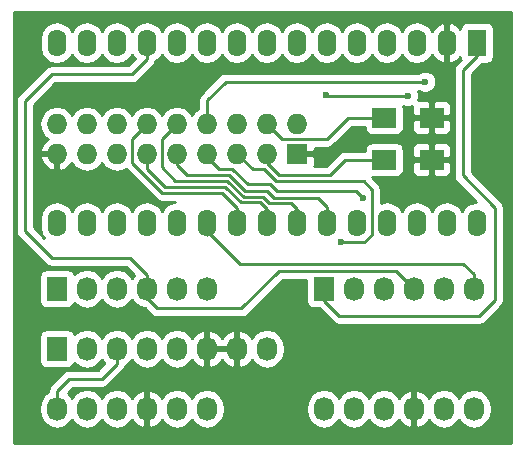
<source format=gbl>
G04 #@! TF.FileFunction,Copper,L2,Bot,Signal*
%FSLAX46Y46*%
G04 Gerber Fmt 4.6, Leading zero omitted, Abs format (unit mm)*
G04 Created by KiCad (PCBNEW 4.0.2-stable) date 21.04.2016 21:16:34*
%MOMM*%
G01*
G04 APERTURE LIST*
%ADD10C,0.100000*%
%ADD11R,1.574800X2.286000*%
%ADD12O,1.574800X2.286000*%
%ADD13O,1.727200X2.032000*%
%ADD14R,1.727200X2.032000*%
%ADD15R,1.727200X1.727200*%
%ADD16O,1.727200X1.727200*%
%ADD17R,2.000000X1.700000*%
%ADD18C,0.600000*%
%ADD19C,0.250000*%
%ADD20C,0.254000*%
G04 APERTURE END LIST*
D10*
D11*
X159004000Y-81534000D03*
D12*
X156464000Y-81534000D03*
X153924000Y-81534000D03*
X151384000Y-81534000D03*
X148844000Y-81534000D03*
X146304000Y-81534000D03*
X143764000Y-81534000D03*
X141224000Y-81534000D03*
X138684000Y-81534000D03*
X136144000Y-81534000D03*
X133604000Y-81534000D03*
X131064000Y-81534000D03*
X128524000Y-81534000D03*
X125984000Y-81534000D03*
X123444000Y-81534000D03*
X123444000Y-96774000D03*
X125984000Y-96774000D03*
X128524000Y-96774000D03*
X131064000Y-96774000D03*
X133604000Y-96774000D03*
X136144000Y-96774000D03*
X138684000Y-96774000D03*
X141224000Y-96774000D03*
X143764000Y-96774000D03*
X146304000Y-96774000D03*
X148844000Y-96774000D03*
X151384000Y-96774000D03*
X153924000Y-96774000D03*
X156464000Y-96774000D03*
X159004000Y-96774000D03*
D13*
X146050000Y-112522000D03*
X158750000Y-102362000D03*
X156210000Y-102362000D03*
X153670000Y-102362000D03*
X151130000Y-102362000D03*
X148590000Y-102362000D03*
D14*
X146050000Y-102362000D03*
D13*
X148590000Y-112522000D03*
X151130000Y-112522000D03*
X153670000Y-112522000D03*
X156210000Y-112522000D03*
X158750000Y-112522000D03*
X123444000Y-112522000D03*
X136144000Y-102362000D03*
X133604000Y-102362000D03*
X131064000Y-102362000D03*
X128524000Y-102362000D03*
X125984000Y-102362000D03*
D14*
X123444000Y-102362000D03*
D13*
X125984000Y-112522000D03*
X128524000Y-112522000D03*
X131064000Y-112522000D03*
X133604000Y-112522000D03*
X136144000Y-112522000D03*
D15*
X143764000Y-90932000D03*
D16*
X143764000Y-88392000D03*
X141224000Y-90932000D03*
X141224000Y-88392000D03*
X138684000Y-90932000D03*
X138684000Y-88392000D03*
X136144000Y-90932000D03*
X136144000Y-88392000D03*
X133604000Y-90932000D03*
X133604000Y-88392000D03*
X131064000Y-90932000D03*
X131064000Y-88392000D03*
X128524000Y-90932000D03*
X128524000Y-88392000D03*
X125984000Y-90932000D03*
X125984000Y-88392000D03*
X123444000Y-90932000D03*
X123444000Y-88392000D03*
D17*
X155162000Y-91440000D03*
X151162000Y-91440000D03*
X155162000Y-87884000D03*
X151162000Y-87884000D03*
D14*
X123444000Y-107442000D03*
D13*
X125984000Y-107442000D03*
X128524000Y-107442000D03*
X131064000Y-107442000D03*
X133604000Y-107442000D03*
X136144000Y-107442000D03*
X138684000Y-107442000D03*
X141224000Y-107442000D03*
D18*
X121221500Y-83121500D03*
X123317000Y-85915500D03*
X153162000Y-86042500D03*
X146240500Y-85979000D03*
X147510500Y-98425000D03*
X149352000Y-94678500D03*
X154622500Y-84836000D03*
D19*
X146050000Y-102362000D02*
X146050000Y-103378000D01*
X146050000Y-103378000D02*
X147320000Y-104648000D01*
X157797500Y-83883500D02*
X159004000Y-82677000D01*
X157797500Y-92773500D02*
X157797500Y-83883500D01*
X160528000Y-95504000D02*
X157797500Y-92773500D01*
X160528000Y-103314500D02*
X160528000Y-95504000D01*
X159194500Y-104648000D02*
X160528000Y-103314500D01*
X147320000Y-104648000D02*
X159194500Y-104648000D01*
X159004000Y-82677000D02*
X159004000Y-81534000D01*
X146050000Y-102362000D02*
X146050000Y-103124000D01*
X123444000Y-90932000D02*
X122174000Y-90932000D01*
X123190000Y-85915500D02*
X123317000Y-85915500D01*
X121920000Y-87185500D02*
X123190000Y-85915500D01*
X121920000Y-90678000D02*
X121920000Y-87185500D01*
X122174000Y-90932000D02*
X121920000Y-90678000D01*
X151384000Y-82550000D02*
X151384000Y-81534000D01*
X151162000Y-87884000D02*
X148082000Y-87884000D01*
X142494000Y-89662000D02*
X141224000Y-88392000D01*
X146304000Y-89662000D02*
X142494000Y-89662000D01*
X148082000Y-87884000D02*
X146304000Y-89662000D01*
X151162000Y-91440000D02*
X147828000Y-91440000D01*
X142240000Y-92710000D02*
X141224000Y-91694000D01*
X146558000Y-92710000D02*
X142240000Y-92710000D01*
X147828000Y-91440000D02*
X146558000Y-92710000D01*
X141224000Y-91694000D02*
X141224000Y-90932000D01*
X131064000Y-102362000D02*
X131064000Y-103124000D01*
X131064000Y-103124000D02*
X131953000Y-104013000D01*
X152146000Y-100838000D02*
X153670000Y-102362000D01*
X142240000Y-100838000D02*
X152146000Y-100838000D01*
X139065000Y-104013000D02*
X142240000Y-100838000D01*
X131953000Y-104013000D02*
X139065000Y-104013000D01*
X131064000Y-81534000D02*
X131064000Y-82931000D01*
X131064000Y-101219000D02*
X131064000Y-102362000D01*
X129603500Y-99758500D02*
X131064000Y-101219000D01*
X122999500Y-99758500D02*
X129603500Y-99758500D01*
X120713500Y-97472500D02*
X122999500Y-99758500D01*
X120713500Y-86487000D02*
X120713500Y-97472500D01*
X122999500Y-84201000D02*
X120713500Y-86487000D01*
X129794000Y-84201000D02*
X122999500Y-84201000D01*
X131064000Y-82931000D02*
X129794000Y-84201000D01*
X131064000Y-101346000D02*
X131064000Y-102362000D01*
X146304000Y-86042500D02*
X153162000Y-86042500D01*
X146240500Y-85979000D02*
X146304000Y-86042500D01*
X140017500Y-92265500D02*
X138684000Y-90932000D01*
X140970000Y-92265500D02*
X140017500Y-92265500D01*
X141986000Y-93281500D02*
X140970000Y-92265500D01*
X149415500Y-93281500D02*
X141986000Y-93281500D01*
X150114000Y-93980000D02*
X149415500Y-93281500D01*
X150114000Y-97790000D02*
X150114000Y-93980000D01*
X149479000Y-98425000D02*
X150114000Y-97790000D01*
X147510500Y-98425000D02*
X149479000Y-98425000D01*
X133604000Y-96774000D02*
X133604000Y-96266000D01*
X136144000Y-96774000D02*
X136144000Y-97472500D01*
X136144000Y-97472500D02*
X138938000Y-100266500D01*
X158750000Y-101155500D02*
X158750000Y-102362000D01*
X157861000Y-100266500D02*
X158750000Y-101155500D01*
X138938000Y-100266500D02*
X157861000Y-100266500D01*
X136144000Y-97790000D02*
X136144000Y-96774000D01*
X138684000Y-96774000D02*
X138684000Y-95504000D01*
X129794000Y-89662000D02*
X131064000Y-88392000D01*
X129794000Y-91694000D02*
X129794000Y-89662000D01*
X132334000Y-94234000D02*
X129794000Y-91694000D01*
X137414000Y-94234000D02*
X132334000Y-94234000D01*
X138684000Y-95504000D02*
X137414000Y-94234000D01*
X131064000Y-88392000D02*
X131064000Y-88646000D01*
X141224000Y-96774000D02*
X141224000Y-95631000D01*
X131064000Y-92202000D02*
X131064000Y-90932000D01*
X132588000Y-93726000D02*
X131064000Y-92202000D01*
X137668000Y-93726000D02*
X132588000Y-93726000D01*
X139001500Y-95059500D02*
X137668000Y-93726000D01*
X140652500Y-95059500D02*
X139001500Y-95059500D01*
X141224000Y-95631000D02*
X140652500Y-95059500D01*
X131064000Y-91567000D02*
X131064000Y-90932000D01*
X141224000Y-96520000D02*
X141224000Y-96774000D01*
X143764000Y-96774000D02*
X143764000Y-95631000D01*
X132334000Y-89662000D02*
X133604000Y-88392000D01*
X132334000Y-92075000D02*
X132334000Y-89662000D01*
X133477000Y-93218000D02*
X132334000Y-92075000D01*
X137858500Y-93218000D02*
X133477000Y-93218000D01*
X139249998Y-94609498D02*
X137858500Y-93218000D01*
X140900998Y-94609498D02*
X139249998Y-94609498D01*
X141414500Y-95123000D02*
X140900998Y-94609498D01*
X143256000Y-95123000D02*
X141414500Y-95123000D01*
X143764000Y-95631000D02*
X143256000Y-95123000D01*
X141224000Y-94107000D02*
X139383898Y-94107000D01*
X146304000Y-95440500D02*
X145536498Y-94672998D01*
X145536498Y-94672998D02*
X141789998Y-94672998D01*
X141789998Y-94672998D02*
X141224000Y-94107000D01*
X134487498Y-92767998D02*
X133604000Y-91884500D01*
X133604000Y-90932000D02*
X133604000Y-91884500D01*
X146304000Y-95440500D02*
X146304000Y-96774000D01*
X138044896Y-92767998D02*
X134487498Y-92767998D01*
X139383898Y-94107000D02*
X138044896Y-92767998D01*
X146304000Y-96774000D02*
X146304000Y-96329500D01*
X133604000Y-90932000D02*
X133604000Y-91440000D01*
X146304000Y-95758000D02*
X146304000Y-96774000D01*
X136144000Y-90932000D02*
X136144000Y-91186000D01*
X136144000Y-91186000D02*
X137160000Y-92202000D01*
X137160000Y-92202000D02*
X138303000Y-92202000D01*
X138303000Y-92202000D02*
X139636500Y-93535500D01*
X139636500Y-93535500D02*
X141478000Y-93535500D01*
X141478000Y-93535500D02*
X142049500Y-94107000D01*
X142049500Y-94107000D02*
X148780500Y-94107000D01*
X148780500Y-94107000D02*
X149352000Y-94678500D01*
X136144000Y-88392000D02*
X136144000Y-86423500D01*
X137731500Y-84836000D02*
X154622500Y-84836000D01*
X136144000Y-86423500D02*
X137731500Y-84836000D01*
X128524000Y-108712000D02*
X128524000Y-107442000D01*
X127254000Y-109982000D02*
X128524000Y-108712000D01*
X124460000Y-109982000D02*
X127254000Y-109982000D01*
X123444000Y-110998000D02*
X124460000Y-109982000D01*
X123444000Y-112522000D02*
X123444000Y-110998000D01*
X138684000Y-88392000D02*
X138303000Y-88392000D01*
D20*
G36*
X161875000Y-115393000D02*
X119811000Y-115393000D01*
X119811000Y-106426000D01*
X121932960Y-106426000D01*
X121932960Y-108458000D01*
X121977238Y-108693317D01*
X122116310Y-108909441D01*
X122328510Y-109054431D01*
X122580400Y-109105440D01*
X124307600Y-109105440D01*
X124542917Y-109061162D01*
X124759041Y-108922090D01*
X124904031Y-108709890D01*
X124912400Y-108668561D01*
X124924330Y-108686415D01*
X125410511Y-109011271D01*
X125984000Y-109125345D01*
X126557489Y-109011271D01*
X127043670Y-108686415D01*
X127254000Y-108371634D01*
X127464330Y-108686415D01*
X127470596Y-108690602D01*
X126939198Y-109222000D01*
X124460000Y-109222000D01*
X124169161Y-109279852D01*
X123922599Y-109444599D01*
X122906599Y-110460599D01*
X122741852Y-110707161D01*
X122684000Y-110998000D01*
X122684000Y-111077352D01*
X122384330Y-111277585D01*
X122059474Y-111763766D01*
X121945400Y-112337255D01*
X121945400Y-112706745D01*
X122059474Y-113280234D01*
X122384330Y-113766415D01*
X122870511Y-114091271D01*
X123444000Y-114205345D01*
X124017489Y-114091271D01*
X124503670Y-113766415D01*
X124714000Y-113451634D01*
X124924330Y-113766415D01*
X125410511Y-114091271D01*
X125984000Y-114205345D01*
X126557489Y-114091271D01*
X127043670Y-113766415D01*
X127254000Y-113451634D01*
X127464330Y-113766415D01*
X127950511Y-114091271D01*
X128524000Y-114205345D01*
X129097489Y-114091271D01*
X129583670Y-113766415D01*
X129790461Y-113456931D01*
X130161964Y-113872732D01*
X130689209Y-114126709D01*
X130704974Y-114129358D01*
X130937000Y-114008217D01*
X130937000Y-112649000D01*
X130917000Y-112649000D01*
X130917000Y-112395000D01*
X130937000Y-112395000D01*
X130937000Y-111035783D01*
X131191000Y-111035783D01*
X131191000Y-112395000D01*
X131211000Y-112395000D01*
X131211000Y-112649000D01*
X131191000Y-112649000D01*
X131191000Y-114008217D01*
X131423026Y-114129358D01*
X131438791Y-114126709D01*
X131966036Y-113872732D01*
X132337539Y-113456931D01*
X132544330Y-113766415D01*
X133030511Y-114091271D01*
X133604000Y-114205345D01*
X134177489Y-114091271D01*
X134663670Y-113766415D01*
X134874000Y-113451634D01*
X135084330Y-113766415D01*
X135570511Y-114091271D01*
X136144000Y-114205345D01*
X136717489Y-114091271D01*
X137203670Y-113766415D01*
X137528526Y-113280234D01*
X137642600Y-112706745D01*
X137642600Y-112337255D01*
X144551400Y-112337255D01*
X144551400Y-112706745D01*
X144665474Y-113280234D01*
X144990330Y-113766415D01*
X145476511Y-114091271D01*
X146050000Y-114205345D01*
X146623489Y-114091271D01*
X147109670Y-113766415D01*
X147320000Y-113451634D01*
X147530330Y-113766415D01*
X148016511Y-114091271D01*
X148590000Y-114205345D01*
X149163489Y-114091271D01*
X149649670Y-113766415D01*
X149860000Y-113451634D01*
X150070330Y-113766415D01*
X150556511Y-114091271D01*
X151130000Y-114205345D01*
X151703489Y-114091271D01*
X152189670Y-113766415D01*
X152396461Y-113456931D01*
X152767964Y-113872732D01*
X153295209Y-114126709D01*
X153310974Y-114129358D01*
X153543000Y-114008217D01*
X153543000Y-112649000D01*
X153523000Y-112649000D01*
X153523000Y-112395000D01*
X153543000Y-112395000D01*
X153543000Y-111035783D01*
X153797000Y-111035783D01*
X153797000Y-112395000D01*
X153817000Y-112395000D01*
X153817000Y-112649000D01*
X153797000Y-112649000D01*
X153797000Y-114008217D01*
X154029026Y-114129358D01*
X154044791Y-114126709D01*
X154572036Y-113872732D01*
X154943539Y-113456931D01*
X155150330Y-113766415D01*
X155636511Y-114091271D01*
X156210000Y-114205345D01*
X156783489Y-114091271D01*
X157269670Y-113766415D01*
X157480000Y-113451634D01*
X157690330Y-113766415D01*
X158176511Y-114091271D01*
X158750000Y-114205345D01*
X159323489Y-114091271D01*
X159809670Y-113766415D01*
X160134526Y-113280234D01*
X160248600Y-112706745D01*
X160248600Y-112337255D01*
X160134526Y-111763766D01*
X159809670Y-111277585D01*
X159323489Y-110952729D01*
X158750000Y-110838655D01*
X158176511Y-110952729D01*
X157690330Y-111277585D01*
X157480000Y-111592366D01*
X157269670Y-111277585D01*
X156783489Y-110952729D01*
X156210000Y-110838655D01*
X155636511Y-110952729D01*
X155150330Y-111277585D01*
X154943539Y-111587069D01*
X154572036Y-111171268D01*
X154044791Y-110917291D01*
X154029026Y-110914642D01*
X153797000Y-111035783D01*
X153543000Y-111035783D01*
X153310974Y-110914642D01*
X153295209Y-110917291D01*
X152767964Y-111171268D01*
X152396461Y-111587069D01*
X152189670Y-111277585D01*
X151703489Y-110952729D01*
X151130000Y-110838655D01*
X150556511Y-110952729D01*
X150070330Y-111277585D01*
X149860000Y-111592366D01*
X149649670Y-111277585D01*
X149163489Y-110952729D01*
X148590000Y-110838655D01*
X148016511Y-110952729D01*
X147530330Y-111277585D01*
X147320000Y-111592366D01*
X147109670Y-111277585D01*
X146623489Y-110952729D01*
X146050000Y-110838655D01*
X145476511Y-110952729D01*
X144990330Y-111277585D01*
X144665474Y-111763766D01*
X144551400Y-112337255D01*
X137642600Y-112337255D01*
X137528526Y-111763766D01*
X137203670Y-111277585D01*
X136717489Y-110952729D01*
X136144000Y-110838655D01*
X135570511Y-110952729D01*
X135084330Y-111277585D01*
X134874000Y-111592366D01*
X134663670Y-111277585D01*
X134177489Y-110952729D01*
X133604000Y-110838655D01*
X133030511Y-110952729D01*
X132544330Y-111277585D01*
X132337539Y-111587069D01*
X131966036Y-111171268D01*
X131438791Y-110917291D01*
X131423026Y-110914642D01*
X131191000Y-111035783D01*
X130937000Y-111035783D01*
X130704974Y-110914642D01*
X130689209Y-110917291D01*
X130161964Y-111171268D01*
X129790461Y-111587069D01*
X129583670Y-111277585D01*
X129097489Y-110952729D01*
X128524000Y-110838655D01*
X127950511Y-110952729D01*
X127464330Y-111277585D01*
X127254000Y-111592366D01*
X127043670Y-111277585D01*
X126557489Y-110952729D01*
X125984000Y-110838655D01*
X125410511Y-110952729D01*
X124924330Y-111277585D01*
X124714000Y-111592366D01*
X124503670Y-111277585D01*
X124345142Y-111171660D01*
X124774802Y-110742000D01*
X127254000Y-110742000D01*
X127544839Y-110684148D01*
X127791401Y-110519401D01*
X129061401Y-109249401D01*
X129226148Y-109002840D01*
X129243935Y-108913419D01*
X129583670Y-108686415D01*
X129794000Y-108371634D01*
X130004330Y-108686415D01*
X130490511Y-109011271D01*
X131064000Y-109125345D01*
X131637489Y-109011271D01*
X132123670Y-108686415D01*
X132334000Y-108371634D01*
X132544330Y-108686415D01*
X133030511Y-109011271D01*
X133604000Y-109125345D01*
X134177489Y-109011271D01*
X134663670Y-108686415D01*
X134870461Y-108376931D01*
X135241964Y-108792732D01*
X135769209Y-109046709D01*
X135784974Y-109049358D01*
X136017000Y-108928217D01*
X136017000Y-107569000D01*
X136271000Y-107569000D01*
X136271000Y-108928217D01*
X136503026Y-109049358D01*
X136518791Y-109046709D01*
X137046036Y-108792732D01*
X137414000Y-108380892D01*
X137781964Y-108792732D01*
X138309209Y-109046709D01*
X138324974Y-109049358D01*
X138557000Y-108928217D01*
X138557000Y-107569000D01*
X136271000Y-107569000D01*
X136017000Y-107569000D01*
X135997000Y-107569000D01*
X135997000Y-107315000D01*
X136017000Y-107315000D01*
X136017000Y-105955783D01*
X136271000Y-105955783D01*
X136271000Y-107315000D01*
X138557000Y-107315000D01*
X138557000Y-105955783D01*
X138811000Y-105955783D01*
X138811000Y-107315000D01*
X138831000Y-107315000D01*
X138831000Y-107569000D01*
X138811000Y-107569000D01*
X138811000Y-108928217D01*
X139043026Y-109049358D01*
X139058791Y-109046709D01*
X139586036Y-108792732D01*
X139957539Y-108376931D01*
X140164330Y-108686415D01*
X140650511Y-109011271D01*
X141224000Y-109125345D01*
X141797489Y-109011271D01*
X142283670Y-108686415D01*
X142608526Y-108200234D01*
X142722600Y-107626745D01*
X142722600Y-107257255D01*
X142608526Y-106683766D01*
X142283670Y-106197585D01*
X141797489Y-105872729D01*
X141224000Y-105758655D01*
X140650511Y-105872729D01*
X140164330Y-106197585D01*
X139957539Y-106507069D01*
X139586036Y-106091268D01*
X139058791Y-105837291D01*
X139043026Y-105834642D01*
X138811000Y-105955783D01*
X138557000Y-105955783D01*
X138324974Y-105834642D01*
X138309209Y-105837291D01*
X137781964Y-106091268D01*
X137414000Y-106503108D01*
X137046036Y-106091268D01*
X136518791Y-105837291D01*
X136503026Y-105834642D01*
X136271000Y-105955783D01*
X136017000Y-105955783D01*
X135784974Y-105834642D01*
X135769209Y-105837291D01*
X135241964Y-106091268D01*
X134870461Y-106507069D01*
X134663670Y-106197585D01*
X134177489Y-105872729D01*
X133604000Y-105758655D01*
X133030511Y-105872729D01*
X132544330Y-106197585D01*
X132334000Y-106512366D01*
X132123670Y-106197585D01*
X131637489Y-105872729D01*
X131064000Y-105758655D01*
X130490511Y-105872729D01*
X130004330Y-106197585D01*
X129794000Y-106512366D01*
X129583670Y-106197585D01*
X129097489Y-105872729D01*
X128524000Y-105758655D01*
X127950511Y-105872729D01*
X127464330Y-106197585D01*
X127254000Y-106512366D01*
X127043670Y-106197585D01*
X126557489Y-105872729D01*
X125984000Y-105758655D01*
X125410511Y-105872729D01*
X124924330Y-106197585D01*
X124914757Y-106211913D01*
X124910762Y-106190683D01*
X124771690Y-105974559D01*
X124559490Y-105829569D01*
X124307600Y-105778560D01*
X122580400Y-105778560D01*
X122345083Y-105822838D01*
X122128959Y-105961910D01*
X121983969Y-106174110D01*
X121932960Y-106426000D01*
X119811000Y-106426000D01*
X119811000Y-86487000D01*
X119953500Y-86487000D01*
X119953500Y-97472500D01*
X120011352Y-97763339D01*
X120176099Y-98009901D01*
X122462099Y-100295901D01*
X122708660Y-100460648D01*
X122999500Y-100518500D01*
X129288698Y-100518500D01*
X129957648Y-101187450D01*
X129794000Y-101432366D01*
X129583670Y-101117585D01*
X129097489Y-100792729D01*
X128524000Y-100678655D01*
X127950511Y-100792729D01*
X127464330Y-101117585D01*
X127254000Y-101432366D01*
X127043670Y-101117585D01*
X126557489Y-100792729D01*
X125984000Y-100678655D01*
X125410511Y-100792729D01*
X124924330Y-101117585D01*
X124914757Y-101131913D01*
X124910762Y-101110683D01*
X124771690Y-100894559D01*
X124559490Y-100749569D01*
X124307600Y-100698560D01*
X122580400Y-100698560D01*
X122345083Y-100742838D01*
X122128959Y-100881910D01*
X121983969Y-101094110D01*
X121932960Y-101346000D01*
X121932960Y-103378000D01*
X121977238Y-103613317D01*
X122116310Y-103829441D01*
X122328510Y-103974431D01*
X122580400Y-104025440D01*
X124307600Y-104025440D01*
X124542917Y-103981162D01*
X124759041Y-103842090D01*
X124904031Y-103629890D01*
X124912400Y-103588561D01*
X124924330Y-103606415D01*
X125410511Y-103931271D01*
X125984000Y-104045345D01*
X126557489Y-103931271D01*
X127043670Y-103606415D01*
X127254000Y-103291634D01*
X127464330Y-103606415D01*
X127950511Y-103931271D01*
X128524000Y-104045345D01*
X129097489Y-103931271D01*
X129583670Y-103606415D01*
X129794000Y-103291634D01*
X130004330Y-103606415D01*
X130490511Y-103931271D01*
X130872439Y-104007241D01*
X131415599Y-104550401D01*
X131662161Y-104715148D01*
X131953000Y-104773000D01*
X139065000Y-104773000D01*
X139355839Y-104715148D01*
X139602401Y-104550401D01*
X142554802Y-101598000D01*
X144538960Y-101598000D01*
X144538960Y-103378000D01*
X144583238Y-103613317D01*
X144722310Y-103829441D01*
X144934510Y-103974431D01*
X145186400Y-104025440D01*
X145622638Y-104025440D01*
X146782599Y-105185401D01*
X147029160Y-105350148D01*
X147320000Y-105408000D01*
X159194500Y-105408000D01*
X159485339Y-105350148D01*
X159731901Y-105185401D01*
X161065401Y-103851901D01*
X161230148Y-103605339D01*
X161288000Y-103314500D01*
X161288000Y-95504000D01*
X161230148Y-95213161D01*
X161065401Y-94966599D01*
X158557500Y-92458698D01*
X158557500Y-84198302D01*
X159431362Y-83324440D01*
X159791400Y-83324440D01*
X160026717Y-83280162D01*
X160242841Y-83141090D01*
X160387831Y-82928890D01*
X160438840Y-82677000D01*
X160438840Y-80391000D01*
X160394562Y-80155683D01*
X160255490Y-79939559D01*
X160043290Y-79794569D01*
X159791400Y-79743560D01*
X158216600Y-79743560D01*
X157981283Y-79787838D01*
X157765159Y-79926910D01*
X157620169Y-80139110D01*
X157581029Y-80332390D01*
X157379986Y-80082809D01*
X156890996Y-79815673D01*
X156811060Y-79798990D01*
X156591000Y-79921148D01*
X156591000Y-81407000D01*
X156611000Y-81407000D01*
X156611000Y-81661000D01*
X156591000Y-81661000D01*
X156591000Y-83146852D01*
X156811060Y-83269010D01*
X156890996Y-83252327D01*
X157379986Y-82985191D01*
X157580347Y-82736456D01*
X157613438Y-82912317D01*
X157644934Y-82961264D01*
X157260099Y-83346099D01*
X157095352Y-83592661D01*
X157037500Y-83883500D01*
X157037500Y-92773500D01*
X157095352Y-93064339D01*
X157260099Y-93310901D01*
X158925900Y-94976702D01*
X158459671Y-95069441D01*
X157998211Y-95377778D01*
X157734000Y-95773199D01*
X157469789Y-95377778D01*
X157008329Y-95069441D01*
X156464000Y-94961167D01*
X155919671Y-95069441D01*
X155458211Y-95377778D01*
X155194000Y-95773199D01*
X154929789Y-95377778D01*
X154468329Y-95069441D01*
X153924000Y-94961167D01*
X153379671Y-95069441D01*
X152918211Y-95377778D01*
X152654000Y-95773199D01*
X152389789Y-95377778D01*
X151928329Y-95069441D01*
X151384000Y-94961167D01*
X150874000Y-95062613D01*
X150874000Y-93980000D01*
X150816148Y-93689161D01*
X150816148Y-93689160D01*
X150651401Y-93442599D01*
X150142241Y-92933439D01*
X150162000Y-92937440D01*
X152162000Y-92937440D01*
X152397317Y-92893162D01*
X152613441Y-92754090D01*
X152758431Y-92541890D01*
X152809440Y-92290000D01*
X152809440Y-91725750D01*
X153527000Y-91725750D01*
X153527000Y-92416310D01*
X153623673Y-92649699D01*
X153802302Y-92828327D01*
X154035691Y-92925000D01*
X154876250Y-92925000D01*
X155035000Y-92766250D01*
X155035000Y-91567000D01*
X155289000Y-91567000D01*
X155289000Y-92766250D01*
X155447750Y-92925000D01*
X156288309Y-92925000D01*
X156521698Y-92828327D01*
X156700327Y-92649699D01*
X156797000Y-92416310D01*
X156797000Y-91725750D01*
X156638250Y-91567000D01*
X155289000Y-91567000D01*
X155035000Y-91567000D01*
X153685750Y-91567000D01*
X153527000Y-91725750D01*
X152809440Y-91725750D01*
X152809440Y-90590000D01*
X152785674Y-90463690D01*
X153527000Y-90463690D01*
X153527000Y-91154250D01*
X153685750Y-91313000D01*
X155035000Y-91313000D01*
X155035000Y-90113750D01*
X155289000Y-90113750D01*
X155289000Y-91313000D01*
X156638250Y-91313000D01*
X156797000Y-91154250D01*
X156797000Y-90463690D01*
X156700327Y-90230301D01*
X156521698Y-90051673D01*
X156288309Y-89955000D01*
X155447750Y-89955000D01*
X155289000Y-90113750D01*
X155035000Y-90113750D01*
X154876250Y-89955000D01*
X154035691Y-89955000D01*
X153802302Y-90051673D01*
X153623673Y-90230301D01*
X153527000Y-90463690D01*
X152785674Y-90463690D01*
X152765162Y-90354683D01*
X152626090Y-90138559D01*
X152413890Y-89993569D01*
X152162000Y-89942560D01*
X150162000Y-89942560D01*
X149926683Y-89986838D01*
X149710559Y-90125910D01*
X149565569Y-90338110D01*
X149514560Y-90590000D01*
X149514560Y-90680000D01*
X147828000Y-90680000D01*
X147537160Y-90737852D01*
X147290599Y-90902599D01*
X146243198Y-91950000D01*
X145250964Y-91950000D01*
X145262600Y-91921909D01*
X145262600Y-91217750D01*
X145103850Y-91059000D01*
X143891000Y-91059000D01*
X143891000Y-91079000D01*
X143637000Y-91079000D01*
X143637000Y-91059000D01*
X143617000Y-91059000D01*
X143617000Y-90805000D01*
X143637000Y-90805000D01*
X143637000Y-90785000D01*
X143891000Y-90785000D01*
X143891000Y-90805000D01*
X145103850Y-90805000D01*
X145262600Y-90646250D01*
X145262600Y-90422000D01*
X146304000Y-90422000D01*
X146594839Y-90364148D01*
X146841401Y-90199401D01*
X148396802Y-88644000D01*
X149514560Y-88644000D01*
X149514560Y-88734000D01*
X149558838Y-88969317D01*
X149697910Y-89185441D01*
X149910110Y-89330431D01*
X150162000Y-89381440D01*
X152162000Y-89381440D01*
X152397317Y-89337162D01*
X152613441Y-89198090D01*
X152758431Y-88985890D01*
X152809440Y-88734000D01*
X152809440Y-88169750D01*
X153527000Y-88169750D01*
X153527000Y-88860310D01*
X153623673Y-89093699D01*
X153802302Y-89272327D01*
X154035691Y-89369000D01*
X154876250Y-89369000D01*
X155035000Y-89210250D01*
X155035000Y-88011000D01*
X155289000Y-88011000D01*
X155289000Y-89210250D01*
X155447750Y-89369000D01*
X156288309Y-89369000D01*
X156521698Y-89272327D01*
X156700327Y-89093699D01*
X156797000Y-88860310D01*
X156797000Y-88169750D01*
X156638250Y-88011000D01*
X155289000Y-88011000D01*
X155035000Y-88011000D01*
X153685750Y-88011000D01*
X153527000Y-88169750D01*
X152809440Y-88169750D01*
X152809440Y-87034000D01*
X152783826Y-86897872D01*
X152975201Y-86977338D01*
X153347167Y-86977662D01*
X153529166Y-86902462D01*
X153527000Y-86907690D01*
X153527000Y-87598250D01*
X153685750Y-87757000D01*
X155035000Y-87757000D01*
X155035000Y-86557750D01*
X155289000Y-86557750D01*
X155289000Y-87757000D01*
X156638250Y-87757000D01*
X156797000Y-87598250D01*
X156797000Y-86907690D01*
X156700327Y-86674301D01*
X156521698Y-86495673D01*
X156288309Y-86399000D01*
X155447750Y-86399000D01*
X155289000Y-86557750D01*
X155035000Y-86557750D01*
X154876250Y-86399000D01*
X154035691Y-86399000D01*
X154024436Y-86403662D01*
X154096838Y-86229299D01*
X154097162Y-85857333D01*
X153989182Y-85596000D01*
X154060037Y-85596000D01*
X154092173Y-85628192D01*
X154435701Y-85770838D01*
X154807667Y-85771162D01*
X155151443Y-85629117D01*
X155414692Y-85366327D01*
X155557338Y-85022799D01*
X155557662Y-84650833D01*
X155415617Y-84307057D01*
X155152827Y-84043808D01*
X154809299Y-83901162D01*
X154437333Y-83900838D01*
X154093557Y-84042883D01*
X154060382Y-84076000D01*
X137731500Y-84076000D01*
X137440661Y-84133852D01*
X137194099Y-84298599D01*
X135606599Y-85886099D01*
X135441852Y-86132661D01*
X135384000Y-86423500D01*
X135384000Y-87102738D01*
X135084330Y-87302971D01*
X134874000Y-87617752D01*
X134663670Y-87302971D01*
X134177489Y-86978115D01*
X133604000Y-86864041D01*
X133030511Y-86978115D01*
X132544330Y-87302971D01*
X132334000Y-87617752D01*
X132123670Y-87302971D01*
X131637489Y-86978115D01*
X131064000Y-86864041D01*
X130490511Y-86978115D01*
X130004330Y-87302971D01*
X129794000Y-87617752D01*
X129583670Y-87302971D01*
X129097489Y-86978115D01*
X128524000Y-86864041D01*
X127950511Y-86978115D01*
X127464330Y-87302971D01*
X127254000Y-87617752D01*
X127043670Y-87302971D01*
X126557489Y-86978115D01*
X125984000Y-86864041D01*
X125410511Y-86978115D01*
X124924330Y-87302971D01*
X124714000Y-87617752D01*
X124503670Y-87302971D01*
X124017489Y-86978115D01*
X123444000Y-86864041D01*
X122870511Y-86978115D01*
X122384330Y-87302971D01*
X122059474Y-87789152D01*
X121945400Y-88362641D01*
X121945400Y-88421359D01*
X122059474Y-88994848D01*
X122384330Y-89481029D01*
X122655161Y-89661992D01*
X122237179Y-90043510D01*
X121989032Y-90572973D01*
X122109531Y-90805000D01*
X123317000Y-90805000D01*
X123317000Y-90785000D01*
X123571000Y-90785000D01*
X123571000Y-90805000D01*
X123591000Y-90805000D01*
X123591000Y-91059000D01*
X123571000Y-91059000D01*
X123571000Y-92265817D01*
X123803026Y-92386958D01*
X124218947Y-92214688D01*
X124650821Y-91820490D01*
X124708336Y-91697772D01*
X124924330Y-92021029D01*
X125410511Y-92345885D01*
X125984000Y-92459959D01*
X126557489Y-92345885D01*
X127043670Y-92021029D01*
X127254000Y-91706248D01*
X127464330Y-92021029D01*
X127950511Y-92345885D01*
X128524000Y-92459959D01*
X129097489Y-92345885D01*
X129261497Y-92236299D01*
X131796599Y-94771401D01*
X132043160Y-94936148D01*
X132091414Y-94945746D01*
X132334000Y-94994000D01*
X133438938Y-94994000D01*
X133059671Y-95069441D01*
X132598211Y-95377778D01*
X132334000Y-95773199D01*
X132069789Y-95377778D01*
X131608329Y-95069441D01*
X131064000Y-94961167D01*
X130519671Y-95069441D01*
X130058211Y-95377778D01*
X129794000Y-95773199D01*
X129529789Y-95377778D01*
X129068329Y-95069441D01*
X128524000Y-94961167D01*
X127979671Y-95069441D01*
X127518211Y-95377778D01*
X127254000Y-95773199D01*
X126989789Y-95377778D01*
X126528329Y-95069441D01*
X125984000Y-94961167D01*
X125439671Y-95069441D01*
X124978211Y-95377778D01*
X124714000Y-95773199D01*
X124449789Y-95377778D01*
X123988329Y-95069441D01*
X123444000Y-94961167D01*
X122899671Y-95069441D01*
X122438211Y-95377778D01*
X122129874Y-95839238D01*
X122021600Y-96383567D01*
X122021600Y-97164433D01*
X122129874Y-97708762D01*
X122341932Y-98026130D01*
X121473500Y-97157698D01*
X121473500Y-91291027D01*
X121989032Y-91291027D01*
X122237179Y-91820490D01*
X122669053Y-92214688D01*
X123084974Y-92386958D01*
X123317000Y-92265817D01*
X123317000Y-91059000D01*
X122109531Y-91059000D01*
X121989032Y-91291027D01*
X121473500Y-91291027D01*
X121473500Y-86801802D01*
X123314302Y-84961000D01*
X129794000Y-84961000D01*
X130084839Y-84903148D01*
X130331401Y-84738401D01*
X131601401Y-83468401D01*
X131766148Y-83221840D01*
X131786503Y-83119507D01*
X132069789Y-82930222D01*
X132334000Y-82534801D01*
X132598211Y-82930222D01*
X133059671Y-83238559D01*
X133604000Y-83346833D01*
X134148329Y-83238559D01*
X134609789Y-82930222D01*
X134874000Y-82534801D01*
X135138211Y-82930222D01*
X135599671Y-83238559D01*
X136144000Y-83346833D01*
X136688329Y-83238559D01*
X137149789Y-82930222D01*
X137414000Y-82534801D01*
X137678211Y-82930222D01*
X138139671Y-83238559D01*
X138684000Y-83346833D01*
X139228329Y-83238559D01*
X139689789Y-82930222D01*
X139954000Y-82534801D01*
X140218211Y-82930222D01*
X140679671Y-83238559D01*
X141224000Y-83346833D01*
X141768329Y-83238559D01*
X142229789Y-82930222D01*
X142494000Y-82534801D01*
X142758211Y-82930222D01*
X143219671Y-83238559D01*
X143764000Y-83346833D01*
X144308329Y-83238559D01*
X144769789Y-82930222D01*
X145034000Y-82534801D01*
X145298211Y-82930222D01*
X145759671Y-83238559D01*
X146304000Y-83346833D01*
X146848329Y-83238559D01*
X147309789Y-82930222D01*
X147574000Y-82534801D01*
X147838211Y-82930222D01*
X148299671Y-83238559D01*
X148844000Y-83346833D01*
X149388329Y-83238559D01*
X149849789Y-82930222D01*
X150114000Y-82534801D01*
X150378211Y-82930222D01*
X150839671Y-83238559D01*
X151384000Y-83346833D01*
X151928329Y-83238559D01*
X152389789Y-82930222D01*
X152654000Y-82534801D01*
X152918211Y-82930222D01*
X153379671Y-83238559D01*
X153924000Y-83346833D01*
X154468329Y-83238559D01*
X154929789Y-82930222D01*
X155193754Y-82535170D01*
X155198475Y-82551262D01*
X155548014Y-82985191D01*
X156037004Y-83252327D01*
X156116940Y-83269010D01*
X156337000Y-83146852D01*
X156337000Y-81661000D01*
X156317000Y-81661000D01*
X156317000Y-81407000D01*
X156337000Y-81407000D01*
X156337000Y-79921148D01*
X156116940Y-79798990D01*
X156037004Y-79815673D01*
X155548014Y-80082809D01*
X155198475Y-80516738D01*
X155193754Y-80532830D01*
X154929789Y-80137778D01*
X154468329Y-79829441D01*
X153924000Y-79721167D01*
X153379671Y-79829441D01*
X152918211Y-80137778D01*
X152654000Y-80533199D01*
X152389789Y-80137778D01*
X151928329Y-79829441D01*
X151384000Y-79721167D01*
X150839671Y-79829441D01*
X150378211Y-80137778D01*
X150114000Y-80533199D01*
X149849789Y-80137778D01*
X149388329Y-79829441D01*
X148844000Y-79721167D01*
X148299671Y-79829441D01*
X147838211Y-80137778D01*
X147574000Y-80533199D01*
X147309789Y-80137778D01*
X146848329Y-79829441D01*
X146304000Y-79721167D01*
X145759671Y-79829441D01*
X145298211Y-80137778D01*
X145034000Y-80533199D01*
X144769789Y-80137778D01*
X144308329Y-79829441D01*
X143764000Y-79721167D01*
X143219671Y-79829441D01*
X142758211Y-80137778D01*
X142494000Y-80533199D01*
X142229789Y-80137778D01*
X141768329Y-79829441D01*
X141224000Y-79721167D01*
X140679671Y-79829441D01*
X140218211Y-80137778D01*
X139954000Y-80533199D01*
X139689789Y-80137778D01*
X139228329Y-79829441D01*
X138684000Y-79721167D01*
X138139671Y-79829441D01*
X137678211Y-80137778D01*
X137414000Y-80533199D01*
X137149789Y-80137778D01*
X136688329Y-79829441D01*
X136144000Y-79721167D01*
X135599671Y-79829441D01*
X135138211Y-80137778D01*
X134874000Y-80533199D01*
X134609789Y-80137778D01*
X134148329Y-79829441D01*
X133604000Y-79721167D01*
X133059671Y-79829441D01*
X132598211Y-80137778D01*
X132334000Y-80533199D01*
X132069789Y-80137778D01*
X131608329Y-79829441D01*
X131064000Y-79721167D01*
X130519671Y-79829441D01*
X130058211Y-80137778D01*
X129794000Y-80533199D01*
X129529789Y-80137778D01*
X129068329Y-79829441D01*
X128524000Y-79721167D01*
X127979671Y-79829441D01*
X127518211Y-80137778D01*
X127254000Y-80533199D01*
X126989789Y-80137778D01*
X126528329Y-79829441D01*
X125984000Y-79721167D01*
X125439671Y-79829441D01*
X124978211Y-80137778D01*
X124714000Y-80533199D01*
X124449789Y-80137778D01*
X123988329Y-79829441D01*
X123444000Y-79721167D01*
X122899671Y-79829441D01*
X122438211Y-80137778D01*
X122129874Y-80599238D01*
X122021600Y-81143567D01*
X122021600Y-81924433D01*
X122129874Y-82468762D01*
X122438211Y-82930222D01*
X122899671Y-83238559D01*
X123444000Y-83346833D01*
X123988329Y-83238559D01*
X124449789Y-82930222D01*
X124714000Y-82534801D01*
X124978211Y-82930222D01*
X125439671Y-83238559D01*
X125984000Y-83346833D01*
X126528329Y-83238559D01*
X126989789Y-82930222D01*
X127254000Y-82534801D01*
X127518211Y-82930222D01*
X127979671Y-83238559D01*
X128524000Y-83346833D01*
X129068329Y-83238559D01*
X129529789Y-82930222D01*
X129794000Y-82534801D01*
X130030880Y-82889318D01*
X129479198Y-83441000D01*
X122999500Y-83441000D01*
X122708660Y-83498852D01*
X122462099Y-83663599D01*
X120176099Y-85949599D01*
X120011352Y-86196161D01*
X119953500Y-86487000D01*
X119811000Y-86487000D01*
X119811000Y-78917000D01*
X161875000Y-78917000D01*
X161875000Y-115393000D01*
X161875000Y-115393000D01*
G37*
X161875000Y-115393000D02*
X119811000Y-115393000D01*
X119811000Y-106426000D01*
X121932960Y-106426000D01*
X121932960Y-108458000D01*
X121977238Y-108693317D01*
X122116310Y-108909441D01*
X122328510Y-109054431D01*
X122580400Y-109105440D01*
X124307600Y-109105440D01*
X124542917Y-109061162D01*
X124759041Y-108922090D01*
X124904031Y-108709890D01*
X124912400Y-108668561D01*
X124924330Y-108686415D01*
X125410511Y-109011271D01*
X125984000Y-109125345D01*
X126557489Y-109011271D01*
X127043670Y-108686415D01*
X127254000Y-108371634D01*
X127464330Y-108686415D01*
X127470596Y-108690602D01*
X126939198Y-109222000D01*
X124460000Y-109222000D01*
X124169161Y-109279852D01*
X123922599Y-109444599D01*
X122906599Y-110460599D01*
X122741852Y-110707161D01*
X122684000Y-110998000D01*
X122684000Y-111077352D01*
X122384330Y-111277585D01*
X122059474Y-111763766D01*
X121945400Y-112337255D01*
X121945400Y-112706745D01*
X122059474Y-113280234D01*
X122384330Y-113766415D01*
X122870511Y-114091271D01*
X123444000Y-114205345D01*
X124017489Y-114091271D01*
X124503670Y-113766415D01*
X124714000Y-113451634D01*
X124924330Y-113766415D01*
X125410511Y-114091271D01*
X125984000Y-114205345D01*
X126557489Y-114091271D01*
X127043670Y-113766415D01*
X127254000Y-113451634D01*
X127464330Y-113766415D01*
X127950511Y-114091271D01*
X128524000Y-114205345D01*
X129097489Y-114091271D01*
X129583670Y-113766415D01*
X129790461Y-113456931D01*
X130161964Y-113872732D01*
X130689209Y-114126709D01*
X130704974Y-114129358D01*
X130937000Y-114008217D01*
X130937000Y-112649000D01*
X130917000Y-112649000D01*
X130917000Y-112395000D01*
X130937000Y-112395000D01*
X130937000Y-111035783D01*
X131191000Y-111035783D01*
X131191000Y-112395000D01*
X131211000Y-112395000D01*
X131211000Y-112649000D01*
X131191000Y-112649000D01*
X131191000Y-114008217D01*
X131423026Y-114129358D01*
X131438791Y-114126709D01*
X131966036Y-113872732D01*
X132337539Y-113456931D01*
X132544330Y-113766415D01*
X133030511Y-114091271D01*
X133604000Y-114205345D01*
X134177489Y-114091271D01*
X134663670Y-113766415D01*
X134874000Y-113451634D01*
X135084330Y-113766415D01*
X135570511Y-114091271D01*
X136144000Y-114205345D01*
X136717489Y-114091271D01*
X137203670Y-113766415D01*
X137528526Y-113280234D01*
X137642600Y-112706745D01*
X137642600Y-112337255D01*
X144551400Y-112337255D01*
X144551400Y-112706745D01*
X144665474Y-113280234D01*
X144990330Y-113766415D01*
X145476511Y-114091271D01*
X146050000Y-114205345D01*
X146623489Y-114091271D01*
X147109670Y-113766415D01*
X147320000Y-113451634D01*
X147530330Y-113766415D01*
X148016511Y-114091271D01*
X148590000Y-114205345D01*
X149163489Y-114091271D01*
X149649670Y-113766415D01*
X149860000Y-113451634D01*
X150070330Y-113766415D01*
X150556511Y-114091271D01*
X151130000Y-114205345D01*
X151703489Y-114091271D01*
X152189670Y-113766415D01*
X152396461Y-113456931D01*
X152767964Y-113872732D01*
X153295209Y-114126709D01*
X153310974Y-114129358D01*
X153543000Y-114008217D01*
X153543000Y-112649000D01*
X153523000Y-112649000D01*
X153523000Y-112395000D01*
X153543000Y-112395000D01*
X153543000Y-111035783D01*
X153797000Y-111035783D01*
X153797000Y-112395000D01*
X153817000Y-112395000D01*
X153817000Y-112649000D01*
X153797000Y-112649000D01*
X153797000Y-114008217D01*
X154029026Y-114129358D01*
X154044791Y-114126709D01*
X154572036Y-113872732D01*
X154943539Y-113456931D01*
X155150330Y-113766415D01*
X155636511Y-114091271D01*
X156210000Y-114205345D01*
X156783489Y-114091271D01*
X157269670Y-113766415D01*
X157480000Y-113451634D01*
X157690330Y-113766415D01*
X158176511Y-114091271D01*
X158750000Y-114205345D01*
X159323489Y-114091271D01*
X159809670Y-113766415D01*
X160134526Y-113280234D01*
X160248600Y-112706745D01*
X160248600Y-112337255D01*
X160134526Y-111763766D01*
X159809670Y-111277585D01*
X159323489Y-110952729D01*
X158750000Y-110838655D01*
X158176511Y-110952729D01*
X157690330Y-111277585D01*
X157480000Y-111592366D01*
X157269670Y-111277585D01*
X156783489Y-110952729D01*
X156210000Y-110838655D01*
X155636511Y-110952729D01*
X155150330Y-111277585D01*
X154943539Y-111587069D01*
X154572036Y-111171268D01*
X154044791Y-110917291D01*
X154029026Y-110914642D01*
X153797000Y-111035783D01*
X153543000Y-111035783D01*
X153310974Y-110914642D01*
X153295209Y-110917291D01*
X152767964Y-111171268D01*
X152396461Y-111587069D01*
X152189670Y-111277585D01*
X151703489Y-110952729D01*
X151130000Y-110838655D01*
X150556511Y-110952729D01*
X150070330Y-111277585D01*
X149860000Y-111592366D01*
X149649670Y-111277585D01*
X149163489Y-110952729D01*
X148590000Y-110838655D01*
X148016511Y-110952729D01*
X147530330Y-111277585D01*
X147320000Y-111592366D01*
X147109670Y-111277585D01*
X146623489Y-110952729D01*
X146050000Y-110838655D01*
X145476511Y-110952729D01*
X144990330Y-111277585D01*
X144665474Y-111763766D01*
X144551400Y-112337255D01*
X137642600Y-112337255D01*
X137528526Y-111763766D01*
X137203670Y-111277585D01*
X136717489Y-110952729D01*
X136144000Y-110838655D01*
X135570511Y-110952729D01*
X135084330Y-111277585D01*
X134874000Y-111592366D01*
X134663670Y-111277585D01*
X134177489Y-110952729D01*
X133604000Y-110838655D01*
X133030511Y-110952729D01*
X132544330Y-111277585D01*
X132337539Y-111587069D01*
X131966036Y-111171268D01*
X131438791Y-110917291D01*
X131423026Y-110914642D01*
X131191000Y-111035783D01*
X130937000Y-111035783D01*
X130704974Y-110914642D01*
X130689209Y-110917291D01*
X130161964Y-111171268D01*
X129790461Y-111587069D01*
X129583670Y-111277585D01*
X129097489Y-110952729D01*
X128524000Y-110838655D01*
X127950511Y-110952729D01*
X127464330Y-111277585D01*
X127254000Y-111592366D01*
X127043670Y-111277585D01*
X126557489Y-110952729D01*
X125984000Y-110838655D01*
X125410511Y-110952729D01*
X124924330Y-111277585D01*
X124714000Y-111592366D01*
X124503670Y-111277585D01*
X124345142Y-111171660D01*
X124774802Y-110742000D01*
X127254000Y-110742000D01*
X127544839Y-110684148D01*
X127791401Y-110519401D01*
X129061401Y-109249401D01*
X129226148Y-109002840D01*
X129243935Y-108913419D01*
X129583670Y-108686415D01*
X129794000Y-108371634D01*
X130004330Y-108686415D01*
X130490511Y-109011271D01*
X131064000Y-109125345D01*
X131637489Y-109011271D01*
X132123670Y-108686415D01*
X132334000Y-108371634D01*
X132544330Y-108686415D01*
X133030511Y-109011271D01*
X133604000Y-109125345D01*
X134177489Y-109011271D01*
X134663670Y-108686415D01*
X134870461Y-108376931D01*
X135241964Y-108792732D01*
X135769209Y-109046709D01*
X135784974Y-109049358D01*
X136017000Y-108928217D01*
X136017000Y-107569000D01*
X136271000Y-107569000D01*
X136271000Y-108928217D01*
X136503026Y-109049358D01*
X136518791Y-109046709D01*
X137046036Y-108792732D01*
X137414000Y-108380892D01*
X137781964Y-108792732D01*
X138309209Y-109046709D01*
X138324974Y-109049358D01*
X138557000Y-108928217D01*
X138557000Y-107569000D01*
X136271000Y-107569000D01*
X136017000Y-107569000D01*
X135997000Y-107569000D01*
X135997000Y-107315000D01*
X136017000Y-107315000D01*
X136017000Y-105955783D01*
X136271000Y-105955783D01*
X136271000Y-107315000D01*
X138557000Y-107315000D01*
X138557000Y-105955783D01*
X138811000Y-105955783D01*
X138811000Y-107315000D01*
X138831000Y-107315000D01*
X138831000Y-107569000D01*
X138811000Y-107569000D01*
X138811000Y-108928217D01*
X139043026Y-109049358D01*
X139058791Y-109046709D01*
X139586036Y-108792732D01*
X139957539Y-108376931D01*
X140164330Y-108686415D01*
X140650511Y-109011271D01*
X141224000Y-109125345D01*
X141797489Y-109011271D01*
X142283670Y-108686415D01*
X142608526Y-108200234D01*
X142722600Y-107626745D01*
X142722600Y-107257255D01*
X142608526Y-106683766D01*
X142283670Y-106197585D01*
X141797489Y-105872729D01*
X141224000Y-105758655D01*
X140650511Y-105872729D01*
X140164330Y-106197585D01*
X139957539Y-106507069D01*
X139586036Y-106091268D01*
X139058791Y-105837291D01*
X139043026Y-105834642D01*
X138811000Y-105955783D01*
X138557000Y-105955783D01*
X138324974Y-105834642D01*
X138309209Y-105837291D01*
X137781964Y-106091268D01*
X137414000Y-106503108D01*
X137046036Y-106091268D01*
X136518791Y-105837291D01*
X136503026Y-105834642D01*
X136271000Y-105955783D01*
X136017000Y-105955783D01*
X135784974Y-105834642D01*
X135769209Y-105837291D01*
X135241964Y-106091268D01*
X134870461Y-106507069D01*
X134663670Y-106197585D01*
X134177489Y-105872729D01*
X133604000Y-105758655D01*
X133030511Y-105872729D01*
X132544330Y-106197585D01*
X132334000Y-106512366D01*
X132123670Y-106197585D01*
X131637489Y-105872729D01*
X131064000Y-105758655D01*
X130490511Y-105872729D01*
X130004330Y-106197585D01*
X129794000Y-106512366D01*
X129583670Y-106197585D01*
X129097489Y-105872729D01*
X128524000Y-105758655D01*
X127950511Y-105872729D01*
X127464330Y-106197585D01*
X127254000Y-106512366D01*
X127043670Y-106197585D01*
X126557489Y-105872729D01*
X125984000Y-105758655D01*
X125410511Y-105872729D01*
X124924330Y-106197585D01*
X124914757Y-106211913D01*
X124910762Y-106190683D01*
X124771690Y-105974559D01*
X124559490Y-105829569D01*
X124307600Y-105778560D01*
X122580400Y-105778560D01*
X122345083Y-105822838D01*
X122128959Y-105961910D01*
X121983969Y-106174110D01*
X121932960Y-106426000D01*
X119811000Y-106426000D01*
X119811000Y-86487000D01*
X119953500Y-86487000D01*
X119953500Y-97472500D01*
X120011352Y-97763339D01*
X120176099Y-98009901D01*
X122462099Y-100295901D01*
X122708660Y-100460648D01*
X122999500Y-100518500D01*
X129288698Y-100518500D01*
X129957648Y-101187450D01*
X129794000Y-101432366D01*
X129583670Y-101117585D01*
X129097489Y-100792729D01*
X128524000Y-100678655D01*
X127950511Y-100792729D01*
X127464330Y-101117585D01*
X127254000Y-101432366D01*
X127043670Y-101117585D01*
X126557489Y-100792729D01*
X125984000Y-100678655D01*
X125410511Y-100792729D01*
X124924330Y-101117585D01*
X124914757Y-101131913D01*
X124910762Y-101110683D01*
X124771690Y-100894559D01*
X124559490Y-100749569D01*
X124307600Y-100698560D01*
X122580400Y-100698560D01*
X122345083Y-100742838D01*
X122128959Y-100881910D01*
X121983969Y-101094110D01*
X121932960Y-101346000D01*
X121932960Y-103378000D01*
X121977238Y-103613317D01*
X122116310Y-103829441D01*
X122328510Y-103974431D01*
X122580400Y-104025440D01*
X124307600Y-104025440D01*
X124542917Y-103981162D01*
X124759041Y-103842090D01*
X124904031Y-103629890D01*
X124912400Y-103588561D01*
X124924330Y-103606415D01*
X125410511Y-103931271D01*
X125984000Y-104045345D01*
X126557489Y-103931271D01*
X127043670Y-103606415D01*
X127254000Y-103291634D01*
X127464330Y-103606415D01*
X127950511Y-103931271D01*
X128524000Y-104045345D01*
X129097489Y-103931271D01*
X129583670Y-103606415D01*
X129794000Y-103291634D01*
X130004330Y-103606415D01*
X130490511Y-103931271D01*
X130872439Y-104007241D01*
X131415599Y-104550401D01*
X131662161Y-104715148D01*
X131953000Y-104773000D01*
X139065000Y-104773000D01*
X139355839Y-104715148D01*
X139602401Y-104550401D01*
X142554802Y-101598000D01*
X144538960Y-101598000D01*
X144538960Y-103378000D01*
X144583238Y-103613317D01*
X144722310Y-103829441D01*
X144934510Y-103974431D01*
X145186400Y-104025440D01*
X145622638Y-104025440D01*
X146782599Y-105185401D01*
X147029160Y-105350148D01*
X147320000Y-105408000D01*
X159194500Y-105408000D01*
X159485339Y-105350148D01*
X159731901Y-105185401D01*
X161065401Y-103851901D01*
X161230148Y-103605339D01*
X161288000Y-103314500D01*
X161288000Y-95504000D01*
X161230148Y-95213161D01*
X161065401Y-94966599D01*
X158557500Y-92458698D01*
X158557500Y-84198302D01*
X159431362Y-83324440D01*
X159791400Y-83324440D01*
X160026717Y-83280162D01*
X160242841Y-83141090D01*
X160387831Y-82928890D01*
X160438840Y-82677000D01*
X160438840Y-80391000D01*
X160394562Y-80155683D01*
X160255490Y-79939559D01*
X160043290Y-79794569D01*
X159791400Y-79743560D01*
X158216600Y-79743560D01*
X157981283Y-79787838D01*
X157765159Y-79926910D01*
X157620169Y-80139110D01*
X157581029Y-80332390D01*
X157379986Y-80082809D01*
X156890996Y-79815673D01*
X156811060Y-79798990D01*
X156591000Y-79921148D01*
X156591000Y-81407000D01*
X156611000Y-81407000D01*
X156611000Y-81661000D01*
X156591000Y-81661000D01*
X156591000Y-83146852D01*
X156811060Y-83269010D01*
X156890996Y-83252327D01*
X157379986Y-82985191D01*
X157580347Y-82736456D01*
X157613438Y-82912317D01*
X157644934Y-82961264D01*
X157260099Y-83346099D01*
X157095352Y-83592661D01*
X157037500Y-83883500D01*
X157037500Y-92773500D01*
X157095352Y-93064339D01*
X157260099Y-93310901D01*
X158925900Y-94976702D01*
X158459671Y-95069441D01*
X157998211Y-95377778D01*
X157734000Y-95773199D01*
X157469789Y-95377778D01*
X157008329Y-95069441D01*
X156464000Y-94961167D01*
X155919671Y-95069441D01*
X155458211Y-95377778D01*
X155194000Y-95773199D01*
X154929789Y-95377778D01*
X154468329Y-95069441D01*
X153924000Y-94961167D01*
X153379671Y-95069441D01*
X152918211Y-95377778D01*
X152654000Y-95773199D01*
X152389789Y-95377778D01*
X151928329Y-95069441D01*
X151384000Y-94961167D01*
X150874000Y-95062613D01*
X150874000Y-93980000D01*
X150816148Y-93689161D01*
X150816148Y-93689160D01*
X150651401Y-93442599D01*
X150142241Y-92933439D01*
X150162000Y-92937440D01*
X152162000Y-92937440D01*
X152397317Y-92893162D01*
X152613441Y-92754090D01*
X152758431Y-92541890D01*
X152809440Y-92290000D01*
X152809440Y-91725750D01*
X153527000Y-91725750D01*
X153527000Y-92416310D01*
X153623673Y-92649699D01*
X153802302Y-92828327D01*
X154035691Y-92925000D01*
X154876250Y-92925000D01*
X155035000Y-92766250D01*
X155035000Y-91567000D01*
X155289000Y-91567000D01*
X155289000Y-92766250D01*
X155447750Y-92925000D01*
X156288309Y-92925000D01*
X156521698Y-92828327D01*
X156700327Y-92649699D01*
X156797000Y-92416310D01*
X156797000Y-91725750D01*
X156638250Y-91567000D01*
X155289000Y-91567000D01*
X155035000Y-91567000D01*
X153685750Y-91567000D01*
X153527000Y-91725750D01*
X152809440Y-91725750D01*
X152809440Y-90590000D01*
X152785674Y-90463690D01*
X153527000Y-90463690D01*
X153527000Y-91154250D01*
X153685750Y-91313000D01*
X155035000Y-91313000D01*
X155035000Y-90113750D01*
X155289000Y-90113750D01*
X155289000Y-91313000D01*
X156638250Y-91313000D01*
X156797000Y-91154250D01*
X156797000Y-90463690D01*
X156700327Y-90230301D01*
X156521698Y-90051673D01*
X156288309Y-89955000D01*
X155447750Y-89955000D01*
X155289000Y-90113750D01*
X155035000Y-90113750D01*
X154876250Y-89955000D01*
X154035691Y-89955000D01*
X153802302Y-90051673D01*
X153623673Y-90230301D01*
X153527000Y-90463690D01*
X152785674Y-90463690D01*
X152765162Y-90354683D01*
X152626090Y-90138559D01*
X152413890Y-89993569D01*
X152162000Y-89942560D01*
X150162000Y-89942560D01*
X149926683Y-89986838D01*
X149710559Y-90125910D01*
X149565569Y-90338110D01*
X149514560Y-90590000D01*
X149514560Y-90680000D01*
X147828000Y-90680000D01*
X147537160Y-90737852D01*
X147290599Y-90902599D01*
X146243198Y-91950000D01*
X145250964Y-91950000D01*
X145262600Y-91921909D01*
X145262600Y-91217750D01*
X145103850Y-91059000D01*
X143891000Y-91059000D01*
X143891000Y-91079000D01*
X143637000Y-91079000D01*
X143637000Y-91059000D01*
X143617000Y-91059000D01*
X143617000Y-90805000D01*
X143637000Y-90805000D01*
X143637000Y-90785000D01*
X143891000Y-90785000D01*
X143891000Y-90805000D01*
X145103850Y-90805000D01*
X145262600Y-90646250D01*
X145262600Y-90422000D01*
X146304000Y-90422000D01*
X146594839Y-90364148D01*
X146841401Y-90199401D01*
X148396802Y-88644000D01*
X149514560Y-88644000D01*
X149514560Y-88734000D01*
X149558838Y-88969317D01*
X149697910Y-89185441D01*
X149910110Y-89330431D01*
X150162000Y-89381440D01*
X152162000Y-89381440D01*
X152397317Y-89337162D01*
X152613441Y-89198090D01*
X152758431Y-88985890D01*
X152809440Y-88734000D01*
X152809440Y-88169750D01*
X153527000Y-88169750D01*
X153527000Y-88860310D01*
X153623673Y-89093699D01*
X153802302Y-89272327D01*
X154035691Y-89369000D01*
X154876250Y-89369000D01*
X155035000Y-89210250D01*
X155035000Y-88011000D01*
X155289000Y-88011000D01*
X155289000Y-89210250D01*
X155447750Y-89369000D01*
X156288309Y-89369000D01*
X156521698Y-89272327D01*
X156700327Y-89093699D01*
X156797000Y-88860310D01*
X156797000Y-88169750D01*
X156638250Y-88011000D01*
X155289000Y-88011000D01*
X155035000Y-88011000D01*
X153685750Y-88011000D01*
X153527000Y-88169750D01*
X152809440Y-88169750D01*
X152809440Y-87034000D01*
X152783826Y-86897872D01*
X152975201Y-86977338D01*
X153347167Y-86977662D01*
X153529166Y-86902462D01*
X153527000Y-86907690D01*
X153527000Y-87598250D01*
X153685750Y-87757000D01*
X155035000Y-87757000D01*
X155035000Y-86557750D01*
X155289000Y-86557750D01*
X155289000Y-87757000D01*
X156638250Y-87757000D01*
X156797000Y-87598250D01*
X156797000Y-86907690D01*
X156700327Y-86674301D01*
X156521698Y-86495673D01*
X156288309Y-86399000D01*
X155447750Y-86399000D01*
X155289000Y-86557750D01*
X155035000Y-86557750D01*
X154876250Y-86399000D01*
X154035691Y-86399000D01*
X154024436Y-86403662D01*
X154096838Y-86229299D01*
X154097162Y-85857333D01*
X153989182Y-85596000D01*
X154060037Y-85596000D01*
X154092173Y-85628192D01*
X154435701Y-85770838D01*
X154807667Y-85771162D01*
X155151443Y-85629117D01*
X155414692Y-85366327D01*
X155557338Y-85022799D01*
X155557662Y-84650833D01*
X155415617Y-84307057D01*
X155152827Y-84043808D01*
X154809299Y-83901162D01*
X154437333Y-83900838D01*
X154093557Y-84042883D01*
X154060382Y-84076000D01*
X137731500Y-84076000D01*
X137440661Y-84133852D01*
X137194099Y-84298599D01*
X135606599Y-85886099D01*
X135441852Y-86132661D01*
X135384000Y-86423500D01*
X135384000Y-87102738D01*
X135084330Y-87302971D01*
X134874000Y-87617752D01*
X134663670Y-87302971D01*
X134177489Y-86978115D01*
X133604000Y-86864041D01*
X133030511Y-86978115D01*
X132544330Y-87302971D01*
X132334000Y-87617752D01*
X132123670Y-87302971D01*
X131637489Y-86978115D01*
X131064000Y-86864041D01*
X130490511Y-86978115D01*
X130004330Y-87302971D01*
X129794000Y-87617752D01*
X129583670Y-87302971D01*
X129097489Y-86978115D01*
X128524000Y-86864041D01*
X127950511Y-86978115D01*
X127464330Y-87302971D01*
X127254000Y-87617752D01*
X127043670Y-87302971D01*
X126557489Y-86978115D01*
X125984000Y-86864041D01*
X125410511Y-86978115D01*
X124924330Y-87302971D01*
X124714000Y-87617752D01*
X124503670Y-87302971D01*
X124017489Y-86978115D01*
X123444000Y-86864041D01*
X122870511Y-86978115D01*
X122384330Y-87302971D01*
X122059474Y-87789152D01*
X121945400Y-88362641D01*
X121945400Y-88421359D01*
X122059474Y-88994848D01*
X122384330Y-89481029D01*
X122655161Y-89661992D01*
X122237179Y-90043510D01*
X121989032Y-90572973D01*
X122109531Y-90805000D01*
X123317000Y-90805000D01*
X123317000Y-90785000D01*
X123571000Y-90785000D01*
X123571000Y-90805000D01*
X123591000Y-90805000D01*
X123591000Y-91059000D01*
X123571000Y-91059000D01*
X123571000Y-92265817D01*
X123803026Y-92386958D01*
X124218947Y-92214688D01*
X124650821Y-91820490D01*
X124708336Y-91697772D01*
X124924330Y-92021029D01*
X125410511Y-92345885D01*
X125984000Y-92459959D01*
X126557489Y-92345885D01*
X127043670Y-92021029D01*
X127254000Y-91706248D01*
X127464330Y-92021029D01*
X127950511Y-92345885D01*
X128524000Y-92459959D01*
X129097489Y-92345885D01*
X129261497Y-92236299D01*
X131796599Y-94771401D01*
X132043160Y-94936148D01*
X132091414Y-94945746D01*
X132334000Y-94994000D01*
X133438938Y-94994000D01*
X133059671Y-95069441D01*
X132598211Y-95377778D01*
X132334000Y-95773199D01*
X132069789Y-95377778D01*
X131608329Y-95069441D01*
X131064000Y-94961167D01*
X130519671Y-95069441D01*
X130058211Y-95377778D01*
X129794000Y-95773199D01*
X129529789Y-95377778D01*
X129068329Y-95069441D01*
X128524000Y-94961167D01*
X127979671Y-95069441D01*
X127518211Y-95377778D01*
X127254000Y-95773199D01*
X126989789Y-95377778D01*
X126528329Y-95069441D01*
X125984000Y-94961167D01*
X125439671Y-95069441D01*
X124978211Y-95377778D01*
X124714000Y-95773199D01*
X124449789Y-95377778D01*
X123988329Y-95069441D01*
X123444000Y-94961167D01*
X122899671Y-95069441D01*
X122438211Y-95377778D01*
X122129874Y-95839238D01*
X122021600Y-96383567D01*
X122021600Y-97164433D01*
X122129874Y-97708762D01*
X122341932Y-98026130D01*
X121473500Y-97157698D01*
X121473500Y-91291027D01*
X121989032Y-91291027D01*
X122237179Y-91820490D01*
X122669053Y-92214688D01*
X123084974Y-92386958D01*
X123317000Y-92265817D01*
X123317000Y-91059000D01*
X122109531Y-91059000D01*
X121989032Y-91291027D01*
X121473500Y-91291027D01*
X121473500Y-86801802D01*
X123314302Y-84961000D01*
X129794000Y-84961000D01*
X130084839Y-84903148D01*
X130331401Y-84738401D01*
X131601401Y-83468401D01*
X131766148Y-83221840D01*
X131786503Y-83119507D01*
X132069789Y-82930222D01*
X132334000Y-82534801D01*
X132598211Y-82930222D01*
X133059671Y-83238559D01*
X133604000Y-83346833D01*
X134148329Y-83238559D01*
X134609789Y-82930222D01*
X134874000Y-82534801D01*
X135138211Y-82930222D01*
X135599671Y-83238559D01*
X136144000Y-83346833D01*
X136688329Y-83238559D01*
X137149789Y-82930222D01*
X137414000Y-82534801D01*
X137678211Y-82930222D01*
X138139671Y-83238559D01*
X138684000Y-83346833D01*
X139228329Y-83238559D01*
X139689789Y-82930222D01*
X139954000Y-82534801D01*
X140218211Y-82930222D01*
X140679671Y-83238559D01*
X141224000Y-83346833D01*
X141768329Y-83238559D01*
X142229789Y-82930222D01*
X142494000Y-82534801D01*
X142758211Y-82930222D01*
X143219671Y-83238559D01*
X143764000Y-83346833D01*
X144308329Y-83238559D01*
X144769789Y-82930222D01*
X145034000Y-82534801D01*
X145298211Y-82930222D01*
X145759671Y-83238559D01*
X146304000Y-83346833D01*
X146848329Y-83238559D01*
X147309789Y-82930222D01*
X147574000Y-82534801D01*
X147838211Y-82930222D01*
X148299671Y-83238559D01*
X148844000Y-83346833D01*
X149388329Y-83238559D01*
X149849789Y-82930222D01*
X150114000Y-82534801D01*
X150378211Y-82930222D01*
X150839671Y-83238559D01*
X151384000Y-83346833D01*
X151928329Y-83238559D01*
X152389789Y-82930222D01*
X152654000Y-82534801D01*
X152918211Y-82930222D01*
X153379671Y-83238559D01*
X153924000Y-83346833D01*
X154468329Y-83238559D01*
X154929789Y-82930222D01*
X155193754Y-82535170D01*
X155198475Y-82551262D01*
X155548014Y-82985191D01*
X156037004Y-83252327D01*
X156116940Y-83269010D01*
X156337000Y-83146852D01*
X156337000Y-81661000D01*
X156317000Y-81661000D01*
X156317000Y-81407000D01*
X156337000Y-81407000D01*
X156337000Y-79921148D01*
X156116940Y-79798990D01*
X156037004Y-79815673D01*
X155548014Y-80082809D01*
X155198475Y-80516738D01*
X155193754Y-80532830D01*
X154929789Y-80137778D01*
X154468329Y-79829441D01*
X153924000Y-79721167D01*
X153379671Y-79829441D01*
X152918211Y-80137778D01*
X152654000Y-80533199D01*
X152389789Y-80137778D01*
X151928329Y-79829441D01*
X151384000Y-79721167D01*
X150839671Y-79829441D01*
X150378211Y-80137778D01*
X150114000Y-80533199D01*
X149849789Y-80137778D01*
X149388329Y-79829441D01*
X148844000Y-79721167D01*
X148299671Y-79829441D01*
X147838211Y-80137778D01*
X147574000Y-80533199D01*
X147309789Y-80137778D01*
X146848329Y-79829441D01*
X146304000Y-79721167D01*
X145759671Y-79829441D01*
X145298211Y-80137778D01*
X145034000Y-80533199D01*
X144769789Y-80137778D01*
X144308329Y-79829441D01*
X143764000Y-79721167D01*
X143219671Y-79829441D01*
X142758211Y-80137778D01*
X142494000Y-80533199D01*
X142229789Y-80137778D01*
X141768329Y-79829441D01*
X141224000Y-79721167D01*
X140679671Y-79829441D01*
X140218211Y-80137778D01*
X139954000Y-80533199D01*
X139689789Y-80137778D01*
X139228329Y-79829441D01*
X138684000Y-79721167D01*
X138139671Y-79829441D01*
X137678211Y-80137778D01*
X137414000Y-80533199D01*
X137149789Y-80137778D01*
X136688329Y-79829441D01*
X136144000Y-79721167D01*
X135599671Y-79829441D01*
X135138211Y-80137778D01*
X134874000Y-80533199D01*
X134609789Y-80137778D01*
X134148329Y-79829441D01*
X133604000Y-79721167D01*
X133059671Y-79829441D01*
X132598211Y-80137778D01*
X132334000Y-80533199D01*
X132069789Y-80137778D01*
X131608329Y-79829441D01*
X131064000Y-79721167D01*
X130519671Y-79829441D01*
X130058211Y-80137778D01*
X129794000Y-80533199D01*
X129529789Y-80137778D01*
X129068329Y-79829441D01*
X128524000Y-79721167D01*
X127979671Y-79829441D01*
X127518211Y-80137778D01*
X127254000Y-80533199D01*
X126989789Y-80137778D01*
X126528329Y-79829441D01*
X125984000Y-79721167D01*
X125439671Y-79829441D01*
X124978211Y-80137778D01*
X124714000Y-80533199D01*
X124449789Y-80137778D01*
X123988329Y-79829441D01*
X123444000Y-79721167D01*
X122899671Y-79829441D01*
X122438211Y-80137778D01*
X122129874Y-80599238D01*
X122021600Y-81143567D01*
X122021600Y-81924433D01*
X122129874Y-82468762D01*
X122438211Y-82930222D01*
X122899671Y-83238559D01*
X123444000Y-83346833D01*
X123988329Y-83238559D01*
X124449789Y-82930222D01*
X124714000Y-82534801D01*
X124978211Y-82930222D01*
X125439671Y-83238559D01*
X125984000Y-83346833D01*
X126528329Y-83238559D01*
X126989789Y-82930222D01*
X127254000Y-82534801D01*
X127518211Y-82930222D01*
X127979671Y-83238559D01*
X128524000Y-83346833D01*
X129068329Y-83238559D01*
X129529789Y-82930222D01*
X129794000Y-82534801D01*
X130030880Y-82889318D01*
X129479198Y-83441000D01*
X122999500Y-83441000D01*
X122708660Y-83498852D01*
X122462099Y-83663599D01*
X120176099Y-85949599D01*
X120011352Y-86196161D01*
X119953500Y-86487000D01*
X119811000Y-86487000D01*
X119811000Y-78917000D01*
X161875000Y-78917000D01*
X161875000Y-115393000D01*
M02*

</source>
